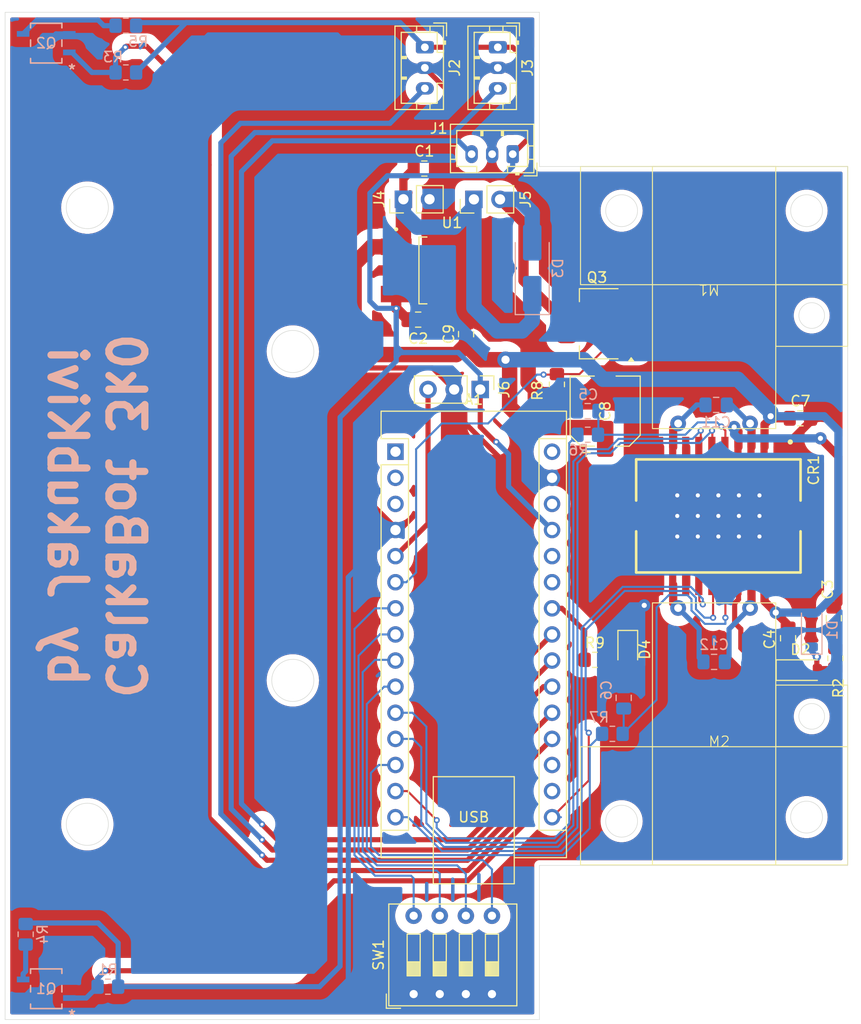
<source format=kicad_pcb>
(kicad_pcb (version 20240108) (generator "pcbnew") (generator_version "8.0")
  (layers (0 "F.Cu" signal) (31 "B.Cu" signal) (34 "B.Paste" user) (35 "F.Paste" user) (36 "B.SilkS" user "B.Silkscreen") (37 "F.SilkS" user "F.Silkscreen") (38 "B.Mask" user) (39 "F.Mask" user) (44 "Edge.Cuts" user))
  (net 0 "")
  (net 1 "GND")
  (net 2 "+5V")
  (net 3 "Net-(Q1-Pad1)")
  (net 4 "Net-(Q2-Pad1)")
  (net 5 "MotorPower")
  (net 7 "Net-(A1-D6)")
  (net 8 "M_IN2B")
  (net 12 "M_IN1B")
  (net 13 "M_IN2A")
  (net 14 "M_IN1A")
  (net 16 "M_ENA")
  (net 19 "Net-(A1-D4)")
  (net 21 "M_ENB")
  (net 22 "Net-(C3-Pad1)")
  (net 23 "Net-(CR1-VCP)")
  (net 24 "Net-(CR1-VBOOT)")
  (net 25 "Net-(CR1-ENA)")
  (net 26 "Net-(CR1-ENB)")
  (net 27 "Net-(D1-K)")
  (net 28 "M_FRONT")
  (net 29 "Net-(A1-D7)")
  (net 30 "Net-(A1-D5)")
  (net 31 "Net-(A1-A2)")
  (net 32 "Net-(A1-A3)")
  (net 33 "FLOOR_SENSOR_RIGHT")
  (net 34 "FLOOR_SENSOR_LEFT")
  (net 35 "Net-(CR1-OUT2A)")
  (net 36 "Net-(CR1-OUT2B)")
  (net 37 "Net-(CR1-OUT1B)")
  (net 38 "Net-(CR1-OUT1A)")
  (net 39 "START_MODULE")
  (net 40 "Net-(A1-A4)")
  (net 41 "Net-(D3-A)")
  (net 43 "Net-(A1-A5)")
  (net 44 "Net-(D4-A)")
  (footprint "LED_SMD:LED_0805_2012Metric_Pad1.15x1.40mm_HandSolder" (layer "F.Cu") (at 80.6 81 -90)
    (property "Reference" "D4")
    (property "Value" "LED")
  )
  (footprint "Module:Arduino_Nano" (layer "F.Cu") (at 57.99 61.75)
    (property "Reference" "A1")
    (property "Value" "Arduino_Nano_v2.x")
  )
  (footprint "Capacitor_SMD:CP_Elec_6.3x7.7" (layer "F.Cu") (at 78.4 57.8 90)
    (property "Reference" "C8")
    (property "Value" "100u")
  )
  (footprint "CalkaBot3k0:CalkBot3k0_Motor_Right" (layer "F.Cu") (at 102 34 180)
    (property "Reference" "M1")
    (property "Value" "Motor_Right")
  )
  (footprint "CalkaBot3k0:SOT-223-IRLL014NTRPBF" (layer "F.Cu") (at 77.8 49.3 180)
    (property "Reference" "Q3")
    (property "Value" "BS108")
  )
  (footprint "Capacitor_SMD:C_0805_2012Metric_Pad1.18x1.45mm_HandSolder" (layer "F.Cu") (at 60.8 34.2)
    (property "Reference" "C1")
    (property "Value" "0u33")
  )
  (footprint "Button_Switch_THT:SW_DIP_SPSTx04_Slide_9.78x12.34mm_W7.62mm_P2.54mm" (layer "F.Cu") (at 59.76 114.52 90)
    (property "Reference" "SW1")
    (property "Value" "SW_DIP_x04")
  )
  (footprint "Resistor_SMD:R_0805_2012Metric_Pad1.20x1.40mm_HandSolder" (layer "F.Cu") (at 73.7 55.2 -90)
    (property "Reference" "R8")
    (property "Value" "10k")
  )
  (footprint "Connector_PinHeader_2.54mm:PinHeader_1x02_P2.54mm_Vertical" (layer "F.Cu") (at 58.7625 37.1875 90)
    (property "Reference" "J4")
    (property "Value" "Conn_01x02_Pin")
  )
  (footprint "Connector_PinHeader_2.54mm:PinHeader_1x03_P2.54mm_Vertical" (layer "F.Cu") (at 66.24 55.7 -90)
    (property "Reference" "J6")
    (property "Value" "StartModule")
  )
  (footprint "Capacitor_SMD:C_0805_2012Metric_Pad1.18x1.45mm_HandSolder" (layer "F.Cu") (at 100.65 77.95 90)
    (property "Reference" "C3")
    (property "Value" "10n")
  )
  (footprint "Capacitor_SMD:C_0805_2012Metric_Pad1.18x1.45mm_HandSolder" (layer "F.Cu") (at 96.2 79.9 -90)
    (property "Reference" "C4")
    (property "Value" "200n")
  )
  (footprint "Connector_JST:JST_PH_B3B-PH-K_1x03_P2.00mm_Vertical" (layer "F.Cu") (at 67.95 22.4 -90)
    (property "Reference" "J3")
    (property "Value" "Conn_01x03_Pin")
  )
  (footprint "L78M05CDT-TR:VREG_L78M05CDT-TR" (layer "F.Cu") (at 62.3125 44.1125)
    (property "Reference" "U1")
    (property "Value" "L78M05CDT-TR")
  )
  (footprint "Capacitor_SMD:C_0805_2012Metric_Pad1.18x1.45mm_HandSolder" (layer "F.Cu") (at 60.2 48.9)
    (property "Reference" "C2")
    (property "Value" "0u1")
  )
  (footprint "Connector_JST:JST_PH_B3B-PH-K_1x03_P2.00mm_Vertical" (layer "F.Cu") (at 69.4 32.8 180)
    (property "Reference" "J1")
    (property "Value" "Conn_01x03_Pin")
  )
  (footprint "Diode_SMD:D_SOD-123" (layer "F.Cu") (at 97.4 83)
    (property "Reference" "D2")
    (property "Value" "1N4148WT")
  )
  (footprint "CalkaBot3k0:CalkBot3k0_Motor_Left" (layer "F.Cu") (at 76 101.956)
    (property "Reference" "M2")
    (property "Value" "Motor_Left")
  )
  (footprint "Capacitor_SMD:C_0805_2012Metric_Pad1.18x1.45mm_HandSolder" (layer "F.Cu") (at 64.8625 50.3125 90)
    (property "Reference" "C9")
    (property "Value" "0u1")
  )
  (footprint "Connector_PinHeader_2.54mm:PinHeader_1x02_P2.54mm_Vertical" (layer "F.Cu") (at 65.625 37.2 90)
    (property "Reference" "J5")
    (property "Value" "MOTOR3")
  )
  (footprint "Resistor_SMD:R_0805_2012Metric_Pad1.20x1.40mm_HandSolder" (layer "F.Cu") (at 100.8 81.85 90)
    (property "Reference" "R2")
    (property "Value" "100R")
  )
  (footprint "Connector_JST:JST_PH_B3B-PH-K_1x03_P2.00mm_Vertical" (layer "F.Cu") (at 60.85 22.4 -90)
    (property "Reference" "J2")
    (property "Value" "Conn_01x03_Pin")
  )
  (footprint "CalkaBot3k0:L6225PD" (layer "F.Cu") (at 89.415 68 -90)
    (property "Reference" "CR1")
    (property "Value" "L6225PD")
  )
  (footprint "Capacitor_SMD:C_0805_2012Metric_Pad1.18x1.45mm_HandSolder" (layer "F.Cu") (at 97.4 58.5)
    (property "Reference" "C7")
    (property "Value" "0u1")
  )
  (footprint "Resistor_SMD:R_0805_2012Metric_Pad1.20x1.40mm_HandSolder" (layer "F.Cu") (at 77.4 82)
    (property "Reference" "R9")
    (property "Value" "10k")
  )
  (footprint "Capacitor_SMD:C_0805_2012Metric_Pad1.18x1.45mm_HandSolder" (layer "B.Cu") (at 89.2 57.2)
    (property "Reference" "C11")
    (property "Value" "0u1")
  )
  (footprint "CalkaBot3k0:KTIR0711S" (layer "B.Cu") (at 24 114 180)
    (property "Reference" "Q1")
    (property "Value" "KTIR0711S")
  )
  (footprint "Resistor_SMD:R_0805_2012Metric_Pad1.20x1.40mm_HandSolder" (layer "B.Cu") (at 31.75 24.85 180)
    (property "Reference" "R3")
    (property "Value" "20k")
  )
  (footprint "Resistor_SMD:R_0805_2012Metric_Pad1.20x1.40mm_HandSolder" (layer "B.Cu") (at 31.75 20.3)
    (property "Reference" "R5")
    (property "Value" "220")
  )
  (footprint "Diode_SMD:D_SOD-123" (layer "B.Cu") (at 98.5 79.1 90)
    (property "Reference" "D1")
    (property "Value" "1N4148WT")
  )
  (footprint "Resistor_SMD:R_0805_2012Metric_Pad1.20x1.40mm_HandSolder" (layer "B.Cu") (at 79.1 89.2 180)
    (property "Reference" "R7")
    (property "Value" "100k")
  )
  (footprint "Resistor_SMD:R_0805_2012Metric_Pad1.20x1.40mm_HandSolder" (layer "B.Cu") (at 22 108.7 90)
    (property "Reference" "R4")
    (property "Value" "220")
  )
  (footprint "Capacitor_SMD:C_0805_2012Metric_Pad1.18x1.45mm_HandSolder" (layer "B.Cu") (at 89 82.2 180)
    (property "Reference" "C12")
    (property "Value" "0u1")
  )
  (footprint "Resistor_SMD:R_0805_2012Metric_Pad1.20x1.40mm_HandSolder" (layer "B.Cu") (at 76.7 60.1 180)
    (property "Reference" "R6")
    (property "Value" "100k")
  )
  (footprint "Capacitor_SMD:C_0805_2012Metric_Pad1.18x1.45mm_HandSolder" (layer "B.Cu") (at 80.2 85.7 -90)
    (property "Reference" "C6")
    (property "Value" "5n6")
  )
  (footprint "Diode_SMD:D_SMA_Handsoldering" (layer "B.Cu") (at 71.3 43.9 90)
    (property "Reference" "D3")
    (property "Value" "SS14")
  )
  (footprint "CalkaBot3k0:KTIR0711S" (layer "B.Cu") (at 24 22 180)
    (property "Reference" "Q2")
    (property "Value" "KTIR0711S")
  )
  (footprint "Capacitor_SMD:C_0805_2012Metric_Pad1.18x1.45mm_HandSolder" (layer "B.Cu") (at 76.7 57.8)
    (property "Reference" "C5")
    (property "Value" "5n6")
  )
  (footprint "Resistor_SMD:R_0805_2012Metric_Pad1.20x1.40mm_HandSolder" (layer "B.Cu") (at 30 113.8 180)
    (property "Reference" "R1")
    (property "Value" "20k")
  )
  (gr_circle (center 80 38.3) (end 81.55 38.3) (stroke (width 0.05)) (fill none) (layer "Edge.Cuts"))
  (gr_line (start 102 102) (end 72 102) (stroke (width 0.05)) (layer "Edge.Cuts"))
  (gr_line (start 72 19) (end 20 19) (stroke (width 0.05)) (layer "Edge.Cuts"))
  (gr_circle (center 98 97.3) (end 99.55 97.3) (stroke (width 0.05)) (fill none) (layer "Edge.Cuts"))
  (gr_circle (center 98.5 87.5) (end 99.75 87.5) (stroke (width 0.05)) (fill none) (layer "Edge.Cuts"))
  (gr_circle (center 80 97.7) (end 81.55 97.7) (stroke (width 0.05)) (fill none) (layer "Edge.Cuts"))
  (gr_circle (center 28 38) (end 30.05 38) (stroke (width 0.05)) (fill none) (layer "Edge.Cuts"))
  (gr_line (start 102 34) (end 102 102) (stroke (width 0.05)) (layer "Edge.Cuts"))
  (gr_circle (center 28 98) (end 30.05 98) (stroke (width 0.05)) (fill none) (layer "Edge.Cuts"))
  (gr_line (start 20 117) (end 20 19) (stroke (width 0.05)) (layer "Edge.Cuts"))
  (gr_circle (center 98 38.3) (end 99.55 38.3) (stroke (width 0.05)) (fill none) (layer "Edge.Cuts"))
  (gr_circle (center 48 84) (end 50.05 84) (stroke (width 0.05)) (fill none) (layer "Edge.Cuts"))
  (gr_circle (center 98.5 48.5) (end 99.75 48.5) (stroke (width 0.05)) (fill none) (layer "Edge.Cuts"))
  (gr_circle (center 48 52) (end 50.05 52) (stroke (width 0.05)) (fill none) (layer "Edge.Cuts"))
  (gr_line (start 20 117) (end 72 117) (stroke (width 0.05)) (layer "Edge.Cuts"))
  (gr_line (start 102 34) (end 72 34) (stroke (width 0.05)) (layer "Edge.Cuts"))
  (gr_line (start 72 102) (end 72 117) (stroke (width 0.05)) (layer "Edge.Cuts"))
  (gr_line (start 72 19) (end 72 34) (stroke (width 0.05)) (layer "Edge.Cuts"))
  (gr_text "CalkaBot 3k0\nby JakubKivi" (at 24 68 270) (layer "B.SilkS") (effects (font (size 3.5 3.5) (thickness 0.7) (bold yes)) (justify bottom mirror)))
  (segment (start 91.5 68) (end 95.2 64.3) (width 0.8) (layer "F.Cu") (net 1))
  (segment (start 83.75 72.75) (end 88.5 68) (width 0.8) (layer "F.Cu") (net 1))
  (segment (start 98.4375 58.5) (end 98.4375 58.7425) (width 0.8) (layer "F.Cu") (net 1))
  (segment (start 60.85 24.4) (end 67.95 24.4) (width 0.5) (layer "F.Cu") (net 1))
  (segment (start 78.4 55.1) (end 77.3 56.2) (width 1.5) (layer "F.Cu") (net 1))
  (segment (start 61.3025 37.1875) (end 61.8375 36.6525) (width 0.5) (layer "F.Cu") (net 1))
  (segment (start 67.4 32.8) (end 67.4 34.1) (width 0.5) (layer "F.Cu") (net 1))
  (segment (start 77.3 56.2) (end 73.7 56.2) (width 1.5) (layer "F.Cu") (net 1))
  (segment (start 72.1 56.2) (end 70.9 55) (width 1.5) (layer "F.Cu") (net 1))
  (segment (start 61.6875 37.1875) (end 63.75625 39.25625) (width 1.5) (layer "F.Cu") (net 1))
  (segment (start 86.29 71.175) (end 89.465 68) (width 0.8) (layer "F.Cu") (net 1))
  (segment (start 82.7 47) (end 80.95 47) (width 1) (layer "F.Cu") (net 1))
  (segment (start 98 56.4) (end 82.3 56.4) (width 1.5) (layer "F.Cu") (net 1))
  (segment (start 51.7 50.3) (end 51.7 55.8) (width 0.8) (layer "F.Cu") (net 1))
  (segment (start 64.7125 44.6125) (end 64.7125 44.1125) (width 1.5) (layer "F.Cu") (net 1))
  (segment (start 95.18 74.7) (end 95.18 73.715) (width 0.8) (layer "F.Cu") (net 1))
  (segment (start 70.9 50.8) (end 64.7125 44.6125) (width 1.5) (layer "F.Cu") (net 1))
  (segment (start 63.7 55.7) (end 61.6 53.6) (width 0.5) (layer "F.Cu") (net 1))
  (segment (start 86.29 64.825) (end 89.465 68) (width 0.8) (layer "F.Cu") (net 1))
  (segment (start 98.4375 56.8375) (end 98.4375 58.5) (width 1.5) (layer "F.Cu") (net 1))
  (segment (start 64.7125 44.1125) (end 64.7125 44.2125) (width 1) (layer "F.Cu") (net 1))
  (segment (start 88 68) (end 89.465 68) (width 0.8) (layer "F.Cu") (net 1))
  (segment (start 62.5375 34.9) (end 61.8375 34.2) (width 0.5) (layer "F.Cu") (net 1))
  (segment (start 86.29 61.3) (end 86.29 64.825) (width 0.8) (layer "F.Cu") (net 1))
  (segment (start 63.7 55.7) (end 63.7 57.9) (width 0.5) (layer "F.Cu") (net 1))
  (segment (start 80.6 79.975) (end 80.6 78.3) (width 0.5) (layer "F.Cu") (net 1))
  (segment (start 64.7125 44.1125) (end 64.7125 45.425) (width 1) (layer "F.Cu") (net 1))
  (segment (start 67.4 30.95) (end 60.85 24.4) (width 0.5) (layer "F.Cu") (net 1))
  (segment (start 84.5 48.8) (end 82.7 47) (width 1) (layer "F.Cu") (net 1))
  (segment (start 95.2 64.3) (end 95.2 61.32) (width 0.8) (layer "F.Cu") (net 1))
  (segment (start 74 56.5) (end 73.7 56.2) (width 1) (layer "F.Cu") (net 1))
  (segment (start 63.7 57.9) (end 70.1 64.3) (width 0.5) (layer "F.Cu") (net 1))
  (segment (start 63.75625 39.25625) (end 64.7125 40.2125) (width 1.5) (layer "F.Cu") (net 1))
  (segment (start 70.1 64.3) (end 73.22 64.3) (width 0.5) (layer "F.Cu") (net 1))
  (segment (start 59.74 114.5) (end 59.76 114.52) (width 0.8) (layer "F.Cu") (net 1))
  (segment (start 95.18 73.715) (end 89.465 68) (width 0.8) (layer "F.Cu") (net 1))
  (segment (start 86.29 74.7) (end 86.29 71.175) (width 0.8) (layer "F.Cu") (net 1))
  (segment (start 61.3025 37.1875) (end 61.6875 37.1875) (width 1.5) (layer "F.Cu") (net 1))
  (segment (start 51.7 51.4) (end 51.7 50.3) (width 0.5) (layer "F.Cu") (net 1))
  (segment (start 98.4375 58.7425) (end 95.18 62) (width 0.8) (layer "F.Cu") (net 1))
  (segment (start 88.5 68) (end 89.465 68) (width 0.8) (layer "F.Cu") (net 1))
  (segment (start 82.2 76.7) (end 83.75 75.15) (width 0.8) (layer "F.Cu") (net 1))
  (segment (start 82.3 56.4) (end 84.5 54.2) (width 1) (layer "F.Cu") (net 1))
  (segment (start 95.18 61.3) (end 95.18 62) (width 0.8) (layer "F.Cu") (net 1))
  (segment (start 51.7 63.08) (end 57.99 69.37) (width 0.8) (layer "F.Cu") (net 1))
  (segment (start 66.6 34.9) (end 62.5375 34.9) (width 0.5) (layer "F.Cu") (net 1))
  (segment (start 83.75 74.7) (end 83.75 72.75) (width 0.8) (layer "F.Cu") (net 1))
  (segment (start 62.3 114.52) (end 59.76 114.52) (width 0.5) (layer "F.Cu") (net 1))
  (segment (start 80.6 78.3) (end 82.2 76.7) (width 0.5) (layer "F.Cu") (net 1))
  (segment (start 51.7 38) (end 51.7 50.3) (width 0.8) (layer "F.Cu") (net 1))
  (segment (start 61.6 53.6) (end 53.9 53.6) (width 0.5) (layer "F.Cu") (net 1))
  (segment (start 98.5 58.5625) (end 98.4375 58.5) (width 0.8) (layer "F.Cu") (net 1))
  (segment (start 83.75 63.75) (end 88 68) (width 0.8) (layer "F.Cu") (net 1))
  (segment (start 61.8375 34.2) (end 61.8375 32.9375) (width 0.8) (layer "F.Cu") (net 1))
  (segment (start 61.3025 37.1875) (end 61.3 37.185) (width 1) (layer "F.Cu") (net 1))
  (segment (start 64.7125 40.2125) (end 64.7125 44.1125) (width 1.5) (layer "F.Cu") (net 1))
  (segment (start 67.4 32.8) (end 67.4 30.95) (width 0.5) (layer "F.Cu") (net 1))
  (segment (start 67.38 114.52) (end 64.84 114.52) (width 0.5) (layer "F.Cu") (net 1))
  (segment (start 95.2 61.32) (end 95.18 61.3) (width 0.8) (layer "F.Cu") (net 1))
  (segment (start 51.7 55.8) (end 51.7 63.08) (width 0.8) (layer "F.Cu") (net 1))
  (segment (start 61.3 32.4) (end 57.3 32.4) (width 0.8) (layer "F.Cu") (net 1))
  (segment (start 64.8625 44.2625) (end 64.7125 44.1125) (width 1.5) (layer "F.Cu") (net 1))
  (segment (start 89.805 66.195) (end 90.4 65.6) (width 0.8) (layer "F.Cu") (net 1))
  (segment (start 70.9 55) (end 70.9 50.8) (width 1.5) (layer "F.Cu") (net 1))
  (segment (start 61.8375 32.9375) (end 61.3 32.4) (width 0.8) (layer "F.Cu") (net 1))
  (segment (start 95.18 62) (end 95.18 62.285) (width 0.8) (layer "F.Cu") (net 1))
  (segment (start 84.5 54.2) (end 84.5 48.8) (width 1) (layer "F.Cu") (net 1))
  (segment (start 61.8375 36.6525) (end 61.8375 34.2) (width 0.8) (layer "F.Cu") (net 1))
  (segment (start 73.22 64.3) (end 73.23 64.29) (width 0.5) (layer "F.Cu") (net 1))
  (segment (start 98 56.4) (end 98.4375 56.8375) (width 1.5) (layer "F.Cu") (net 1))
  (segment (start 64.7125 45.425) (end 61.2375 48.9) (width 1) (layer "F.Cu") (net 1))
  (segment (start 72.1 56.2) (end 73.7 56.2) (width 1.5) (layer "F.Cu") (net 1))
  (segment (start 57.3 32.4) (end 51.7 38) (width 0.8) (layer "F.Cu") (net 1))
  (segment (start 79.7 56.4) (end 82.3 56.4) (width 1.5) (layer "F.Cu") (net 1))
  (segment (start 83.75 75.15) (end 83.75 74.7) (width 0.2) (layer "F.Cu") (net 1))
  (segment (start 83.75 61.3) (end 83.75 63.75) (width 0.8) (layer "F.Cu") (net 1))
  (segment (start 67.4 34.1) (end 66.6 34.9) (width 0.5) (layer "F.Cu") (net 1))
  (segment (start 78.4 55.1) (end 79.7 56.4) (width 1.5) (layer "F.Cu") (net 1))
  (segment (start 53.9 53.6) (end 51.7 51.4) (width 0.5) (layer "F.Cu") (net 1))
  (segment (start 64.84 114.52) (end 62.3 114.52) (width 0.5) (layer "F.Cu") (net 1))
  (segment (start 61.2 37.085) (end 61.3025 37.1875) (width 0.5) (layer "F.Cu") (net 1))
  (segment (start 61.25625 37.14125) (end 61.3025 37.1875) (width 1) (layer "F.Cu") (net 1))
  (segment (start 64.8625 49.275) (end 64.8625 44.2625) (width 1.5) (layer "F.Cu") (net 1))
  (segment (start 53.9 53.6) (end 51.7 55.8) (width 0.5) (layer "F.Cu") (net 1))
  (segment (start 89.465 68) (end 91.5 68) (width 0.8) (layer "F.Cu") (net 1))
  (segment (start 63.8 43.2) (end 64.7125 44.1125) (width 1) (layer "F.Cu") (net 1))
  (via (at 82.2 76.7) (size 1.2) (drill 0.5) (layers "F.Cu" "B.Cu") (net 1))
  (segment (start 26.2479 21.0983) (end 24.9517 21.0983) (width 0.5) (layer "B.Cu") (net 1))
  (segment (start 59.08 115.2) (end 59.76 114.52) (width 0.2) (layer "B.Cu") (net 1))
  (segment (start 55.5 24.4) (end 52.3 21.2) (width 0.5) (layer "B.Cu") (net 1))
  (segment (start 22.9504 116.1) (end 21.7521 114.9017) (width 0.5) (layer "B.Cu") (net 1))
  (segment (start 80.2 84.6625) (end 80.2 78.7) (width 0.2) (layer "B.Cu") (net 1))
  (segment (start 71.2 62.26) (end 73.23 64.29) (width 0.2) (layer "B.Cu") (net 1))
  (segment (start 24.9517 21.0983) (end 23.1483 22.9017) (width 0.5) (layer "B.Cu") (net 1))
  (segment (start 25.7504 26.9) (end 21.7521 22.9017) (width 0.5) (layer "B.Cu") (net 1))
  (segment (start 71.2 59.5) (end 71.2 62.26) (width 0.2) (layer "B.Cu") (net 1))
  (segment (start 59.76 114.52) (end 58.18 116.1) (width 0.5) (layer "B.Cu") (net 1))
  (segment (start 75.6625 57.8) (end 72.9 57.8) (width 0.2) (layer "B.Cu") (net 1))
  (segment (start 52.3 21.2) (end 39.8 21.2) (width 0.5) (layer "B.Cu") (net 1))
  (segment (start 80.2 78.7) (end 82.2 76.7) (width 0.2) (layer "B.Cu") (net 1))
  (segment (start 24.4 114.1) (end 25.4017 113.0983) (width 0.5) (layer "B.Cu") (net 1))
  (segment (start 59.76 114.52) (end 54.62 114.52) (width 0.5) (layer "B.Cu") (net 1))
  (segment (start 60.85 24.4) (end 55.5 24.4) (width 0.5) (layer "B.Cu") (net 1))
  (segment (start 25.4017 113.0983) (end 26.2479 113.0983) (width 0.5) (layer "B.Cu") (net 1))
  (segment (start 53.4 113.3) (end 53.4 73.96) (width 0.5) (layer "B.Cu") (net 1))
  (segment (start 21.7521 114.9017) (end 22.5538 114.1) (width 0.5) (layer "B.Cu") (net 1))
  (segment (start 58.18 116.1) (end 22.9504 116.1) (width 0.5) (layer "B.Cu") (net 1))
  (segment (start 72.9 57.8) (end 71.2 59.5) (width 0.2) (layer "B.Cu") (net 1))
  (segment (start 34.1 26.9) (end 25.7504 26.9) (width 0.5) (layer "B.Cu") (net 1))
  (segment (start 54.62 114.52) (end 53.4 113.3) (width 0.5) (layer "B.Cu") (net 1))
  (segment (start 23.1483 22.9017) (end 21.7521 22.9017) (width 0.5) (layer "B.Cu") (net 1))
  (segment (start 53.4 73.96) (end 57.99 69.37) (width 0.5) (layer "B.Cu") (net 1))
  (segment (start 39.8 21.2) (end 34.1 26.9) (width 0.5) (layer "B.Cu") (net 1))
  (segment (start 22.5538 114.1) (end 24.4 114.1) (width 0.5) (layer "B.Cu") (net 1))
  (segment (start 58.4 46.75) (end 58.0625 46.4125) (width 1) (layer "F.Cu") (net 2))
  (segment (start 69.4 22.4) (end 67.95 22.4) (width 0.5) (layer "F.Cu") (net 2))
  (segment (start 67.8 60.8) (end 67.7 60.8) (width 0.5) (layer "F.Cu") (net 2))
  (segment (start 71.1 31.1) (end 71.1 24.1) (width 0.5) (layer "F.Cu") (net 2))
  (segment (start 69.4 32.8) (end 71.1 31.1) (width 0.5) (layer "F.Cu") (net 2))
  (segment (start 58.0625 46.4125) (end 58.0625 47.8) (width 1) (layer "F.Cu") (net 2))
  (segment (start 60.85 22.4) (end 60.65 22.2) (width 0.2) (layer "F.Cu") (net 2))
  (segment (start 58.0625 47.8) (end 59.1625 48.9) (width 1) (layer "F.Cu") (net 2))
  (segment (start 60.85 22.4) (end 67.95 22.4) (width 0.5) (layer "F.Cu") (net 2))
  (segment (start 67.7 60.8) (end 66.24 59.34) (width 0.5) (layer "F.Cu") (net 2))
  (segment (start 66.24 59.34) (end 66.24 55.7) (width 0.5) (layer "F.Cu") (net 2))
  (segment (start 71.1 24.1) (end 69.4 22.4) (width 0.5) (layer "F.Cu") (net 2))
  (via (at 58.0625 47.8) (size 0.6) (drill 0.3) (layers "F.Cu" "B.Cu") (net 2))
  (via (at 67.8 60.8) (size 0.6) (drill 0.3) (layers "F.Cu" "B.Cu") (net 2))
  (segment (start 58.0625 47.8) (end 58.0625 51.5) (width 0.5) (layer "B.Cu") (net 2))
  (segment (start 58.0625 51.5) (end 58.6625 52.1) (width 0.5) (layer "B.Cu") (net 2))
  (segment (start 52.6 111.8) (end 52.6 58.4) (width 0.5) (layer "B.Cu") (net 2))
  (segment (start 55.5 47.1) (end 55.5 36.6) (width 0.5) (layer "B.Cu") (net 2))
  (segment (start 60.85 22.4) (end 58.45 20) (width 0.5) (layer "B.Cu") (net 2))
  (segment (start 58.45 20) (end 38.5 20) (width 0.5) (layer "B.Cu") (net 2))
  (segment (start 58.4625 52.1) (end 58.0625 52.5) (width 0.5) (layer "B.Cu") (net 2))
  (segment (start 66.24 54.24) (end 66.24 55.7) (width 0.5) (layer "B.Cu") (net 2))
  (segment (start 31 109.55) (end 29.05 107.6) (width 0.5) (layer "B.Cu") (net 2))
  (segment (start 58.0625 47.8) (end 58.0625 52.5) (width 0.5) (layer "B.Cu") (net 2))
  (segment (start 52.6 58.4) (end 58.0625 52.9375) (width 0.5) (layer "B.Cu") (net 2))
  (segment (start 58.0625 47.8) (end 58.2 47.8) (width 0.5) (layer "B.Cu") (net 2))
  (segment (start 50.6 113.8) (end 52.6 111.8) (width 0.5) (layer "B.Cu") (net 2))
  (segment (start 56.2 47.8) (end 55.5 47.1) (width 0.5) (layer "B.Cu") (net 2))
  (segment (start 37.6 20) (end 38.5 20) (width 0.5) (layer "B.Cu") (net 2))
  (segment (start 58.0625 52.9375) (end 58.0625 52.5) (width 0.5) (layer "B.Cu") (net 2))
  (segment (start 69.4 34) (end 69.4 32.8) (width 0.5) (layer "B.Cu") (net 2))
  (segment (start 29.05 107.6) (end 22.1 107.6) (width 0.5) (layer "B.Cu") (net 2))
  (segment (start 33.05 20) (end 32.75 20.3) (width 0.5) (layer "B.Cu") (net 2))
  (segment (start 57.2 34.9) (end 68.5 34.9) (width 0.5) (layer "B.Cu") (net 2))
  (segment (start 22.1 107.6) (end 22 107.7) (width 0.5) (layer "B.Cu") (net 2))
  (segment (start 32.75 24.85) (end 37.6 20) (width 0.5) (layer "B.Cu") (net 2))
  (segment (start 69 62) (end 69 65.14) (width 0.5) (layer "B.Cu") (net 2))
  (segment (start 58.0625 47.8) (end 56.2 47.8) (width 0.5) (layer "B.Cu") (net 2))
  (segment (start 58.6625 52.1) (end 58.4625 52.1) (width 0.5) (layer "B.Cu") (net 2))
  (segment (start 55.5 36.6) (end 57.2 34.9) (width 0.5) (layer "B.Cu") (net 2))
  (segment (start 38.5 20) (end 33.05 20) (width 0.5) (layer "B.Cu") (net 2))
  (segment (start 67.8 60.8) (end 69 62) (width 0.5) (layer "B.Cu") (net 2))
  (segment (start 68.5 34.9) (end 69.4 34) (width 0.5) (layer "B.Cu") (net 2))
  (segment (start 69 65.14) (end 73.23 69.37) (width 0.5) (layer "B.Cu") (net 2))
  (segment (start 64.1 52.1) (end 66.24 54.24) (width 0.5) (layer "B.Cu") (net 2))
  (segment (start 58.6625 52.1) (end 64.1 52.1) (width 0.5) (layer "B.Cu") (net 2))
  (segment (start 31 113.8) (end 50.6 113.8) (width 0.5) (layer "B.Cu") (net 2))
  (segment (start 31 113.8) (end 31 109.55) (width 0.5) (layer "B.Cu") (net 2))
  (segment (start 22 109.7) (end 22 112.3004) (width 0.5) (layer "B.Cu") (net 3))
  (segment (start 21.7521 112.5483) (end 21.7521 113.0983) (width 0.5) (layer "B.Cu") (net 3))
  (segment (start 22 112.3004) (end 21.7521 112.5483) (width 0.5) (layer "B.Cu") (net 3))
  (segment (start 29.6 20.3) (end 29.05 19.75) (width 0.5) (layer "B.Cu") (net 4))
  (segment (start 30.75 20.3) (end 29.6 20.3) (width 0.5) (layer "B.Cu") (net 4))
  (segment (start 29.05 19.75) (end 23.1004 19.75) (width 0.5) (layer "B.Cu") (net 4))
  (segment (start 23.1004 19.75) (end 21.7521 21.0983) (width 0.5) (layer "B.Cu") (net 4))
  (segment (start 94.5 58.5) (end 94.5 58.3) (width 0.8) (layer "F.Cu") (net 5))
  (segment (start 68.7 52.8) (end 66.3125 52.8) (width 1.5) (layer "F.Cu") (net 5))
  (segment (start 77.9 59.4) (end 78.4 59.9) (width 1.5) (layer "F.Cu") (net 5))
  (segment (start 93.91 59.09) (end 94.5 58.5) (width 0.8) (layer "F.Cu") (net 5))
  (segment (start 53.9625 50.9125) (end 55.35 52.3) (width 1.5) (layer "F.Cu") (net 5))
  (segment (start 69.1 53.2) (end 69.1 57.4) (width 1.5) (layer "F.Cu") (net 5))
  (segment (start 95 77.4) (end 96.2 78.6) (width 0.8) (layer "F.Cu") (net 5))
  (segment (start 96.3625 58.5) (end 94.7 58.5) (width 0.8) (layer "F.Cu") (net 5))
  (segment (start 55.35 52.3) (end 63.9125 52.3) (width 1.5) (layer "F.Cu") (net 5))
  (segment (start 68.7 52.8) (end 69.1 53.2) (width 1.5) (layer "F.Cu") (net 5))
  (segment (start 53.9625 43.5125) (end 53.9625 50.9125) (width 1.5) (layer "F.Cu") (net 5))
  (segment (start 93.91 74.7) (end 93.91 76.31) (width 0.8) (layer "F.Cu") (net 5))
  (segment (start 59.4 36.55) (end 58.7625 37.1875) (width 0.5) (layer "F.Cu") (net 5))
  (segment (start 63.9125 52.3) (end 64.8625 51.35) (width 1.5) (layer "F.Cu") (net 5))
  (segment (start 58.7625 35.2) (end 59.7625 34.2) (width 0.8) (layer "F.Cu") (net 5))
  (segment (start 58.7625 37.1875) (end 58.7625 41.1125) (width 1.5) (layer "F.Cu") (net 5))
  (segment (start 58.0625 41.8125) (end 55.6625 41.8125) (width 1.5) (layer "F.Cu") (net 5))
  (segment (start 93.91 76.31) (end 95 77.4) (width 0.8) (layer "F.Cu") (net 5))
  (segment (start 93.91 61.3) (end 93.91 59.09) (width 0.8) (layer "F.Cu") (net 5))
  (segment (start 58.7625 41.1125) (end 58.0625 41.8125) (width 1.5) (layer "F.Cu") (net 5))
  (segment (start 55.6625 41.8125) (end 53.9625 43.5125) (width 1.5) (layer "F.Cu") (net 5))
  (segment (start 96.2 78.6) (end 96.2 78.8625) (width 0.8) (layer "F.Cu") (net 5))
  (segment (start 58.7625 37.1875) (end 58.7625 35.2) (width 0.8) (layer "F.Cu") (net 5))
  (segment (start 69.1 57.4) (end 71.1 59.4) (width 1.5) (layer "F.Cu") (net 5))
  (segment (start 66.3125 52.8) (end 64.8625 51.35) (width 1.5) (layer "F.Cu") (net 5))
  (segment (start 71.1 59.4) (end 77.9 59.4) (width 1.5) (layer "F.Cu") (net 5))
  (segment (start 94.7 58.5) (end 94.5 58.3) (width 0.8) (layer "F.Cu") (net 5))
  (via (at 94.5 58.3) (size 1.2) (drill 0.6) (layers "F.Cu" "B.Cu") (net 5))
  (via (at 95 77.4) (size 1.2) (drill 0.6) (layers "F.Cu" "B.Cu") (net 5))
  (via (at 68.7 52.8) (size 1.6) (drill 0.8) (layers "F.Cu" "B.Cu") (net 5))
  (segment (start 58.7625 38.5625) (end 58.7625 37.1875) (width 1.5) (layer "B.Cu") (net 5))
  (segment (start 94 57.4) (end 94.5 57.9) (width 1.5) (layer "B.Cu") (net 5))
  (segment (start 94.5 57.9) (end 94.5 58.3) (width 1.5) (layer "B.Cu") (net 5))
  (segment (start 65.625 47.725) (end 67.9 50) (width 1.5) (layer "B.Cu") (net 5))
  (segment (start 101.1 59.7) (end 99.7 58.3) (width 0.8) (layer "B.Cu") (net 5))
  (segment (start 68.7 52.8) (end 76.3 52.8) (width 1.5) (layer "B.Cu") (net 5))
  (segment (start 65.625 37.975) (end 63.7 39.9) (width 1.5) (layer "B.Cu") (net 5))
  (segment (start 70.3 50) (end 71.3 49) (width 1.5) (layer "B.Cu") (net 5))
  (segment (start 60.1 39.9) (end 58.7625 38.5625) (width 1.5) (layer "B.Cu") (net 5))
  (segment (start 78.2 54.7) (end 91.3 54.7) (width 1.5) (layer "B.Cu") (net 5))
  (segment (start 65.625 37.2) (end 65.625 47.725) (width 1.5) (layer "B.Cu") (net 5))
  (segment (start 67.9 50) (end 70.3 50) (width 1.5) (layer "B.Cu") (net 5))
  (segment (start 71.3 49) (end 71.3 46.4) (width 1.5) (layer "B.Cu") (net 5))
  (segment (start 76.3 52.8) (end 78.2 54.7) (width 1.5) (layer "B.Cu") (net 5))
  (segment (start 63.7 39.9) (end 60.1 39.9) (width 1.5) (layer "B.Cu") (net 5))
  (segment (start 95 77.4) (end 99 77.4) (width 0.8) (layer "B.Cu") (net 5))
  (segment (start 99 77.4) (end 101.1 75.3) (width 0.8) (layer "B.Cu") (net 5))
  (segment (start 101.1 75.3) (end 101.1 59.7) (width 0.8) (layer "B.Cu") (net 5))
  (segment (start 91.3 54.7) (end 94 57.4) (width 1.5) (layer "B.Cu") (net 5))
  (segment (start 65.625 37.2) (end 65.625 37.975) (width 1) (layer "B.Cu") (net 5))
  (segment (start 99.7 58.3) (end 94.5 58.3) (width 0.8) (layer "B.Cu") (net 5))
  (segment (start 54.8 83.2) (end 56 82) (width 0.2) (layer "B.Cu") (net 7))
  (segment (start 56 82) (end 57.92 82) (width 0.2) (layer "B.Cu") (net 7))
  (segment (start 64.84 106.9) (end 64.84 102.84) (width 0.2) (layer "B.Cu") (net 7))
  (segment (start 54.8 100.6) (end 54.8 83.2) (width 0.2) (layer "B.Cu") (net 7))
  (segment (start 56.2 102) (end 54.8 100.6) (width 0.2) (layer "B.Cu") (net 7))
  (segment (start 57.92 82) (end 57.99 82.07) (width 0.2) (layer "B.Cu") (net 7))
  (segment (start 64 102) (end 56.2 102) (width 0.2) (layer "B.Cu") (net 7))
  (segment (start 64.84 102.84) (end 64 102) (width 0.2) (layer "B.Cu") (net 7))
  (segment (start 76.8 93.74) (end 73.23 97.31) (width 0.2) (layer "F.Cu") (net 8))
  (segment (start 88.9 74.77) (end 88.83 74.7) (width 0.2) (layer "F.Cu") (net 8))
  (segment (start 76.8 89.1) (end 76.8 93.74) (width 0.2) (layer "F.Cu") (net 8))
  (segment (start 88.9 77.9) (end 88.9 74.77) (width 0.2) (layer "F.Cu") (net 8))
  (via (at 88.9 77.9) (size 0.6) (drill 0.3) (layers "F.Cu" "B.Cu") (net 8))
  (via (at 76.8 89.1) (size 0.6) (drill 0.3) (layers "F.Cu" "B.Cu") (net 8))
  (segment (start 87.232843 77.067157) (end 88.065686 77.9) (width 0.2) (layer "B.Cu") (net 8))
  (segment (start 76.5 79.1) (end 76.6 79) (width 0.2) (layer "B.Cu") (net 8))
  (segment (start 87.232843 75.967157) (end 87.232843 77.067157) (width 0.2) (layer "B.Cu") (net 8))
  (segment (start 76.6 79) (end 80.3 75.3) (width 0.2) (layer "B.Cu") (net 8))
  (segment (start 76.5 79.1) (end 76.5 80.7) (width 0.2) (layer "B.Cu") (net 8))
  (segment (start 86.565686 75.3) (end 87.232843 75.967157) (width 0.2) (layer "B.Cu") (net 8))
  (segment (start 88.065686 77.9) (end 88.9 77.9) (width 0.2) (layer "B.Cu") (net 8))
  (segment (start 73.23 97.31) (end 74.09 97.31) (width 0.2) (layer "B.Cu") (net 8))
  (segment (start 76.5 80.7) (end 76.5 88.8) (width 0.2) (layer "B.Cu") (net 8))
  (segment (start 80.3 75.3) (end 86.565686 75.3) (width 0.2) (layer "B.Cu") (net 8))
  (segment (start 76.5 88.8) (end 76.8 89.1) (width 0.2) (layer "B.Cu") (net 8))
  (segment (start 87.56 76.26) (end 87.56 74.7) (width 0.2) (layer "F.Cu") (net 12))
  (segment (start 87.9 76.6) (end 87.56 76.26) (width 0.2) (layer "F.Cu") (net 12))
  (via (at 87.9 76.6) (size 0.6) (drill 0.3) (layers "F.Cu" "B.Cu") (net 12))
  (segment (start 80.1 74.9) (end 76.1 78.9) (width 0.2) (layer "B.Cu") (net 12))
  (segment (start 59.21 97.31) (end 57.99 97.31) (width 0.2) (layer "B.Cu") (net 12))
  (segment (start 87.9 76.068628) (end 86.731372 74.9) (width 0.2) (layer "B.Cu") (net 12))
  (segment (start 86.731372 74.9) (end 80.1 74.9) (width 0.2) (layer "B.Cu") (net 12))
  (segment (start 62.5 100.6) (end 59.21 97.31) (width 0.2) (layer "B.Cu") (net 12))
  (segment (start 74.1 100.6) (end 62.5 100.6) (width 0.2) (layer "B.Cu") (net 12))
  (segment (start 76.1 78.9) (end 76.1 98.6) (width 0.2) (layer "B.Cu") (net 12))
  (segment (start 76.1 98.6) (end 74.1 100.6) (width 0.2) (layer "B.Cu") (net 12))
  (segment (start 87.9 76.6) (end 87.9 76.068628) (width 0.2) (layer "B.Cu") (net 12))
  (segment (start 87.7 59.7) (end 87.7 61.16) (width 0.2) (layer "F.Cu") (net 13))
  (segment (start 87.7 61.16) (end 87.56 61.3) (width 0.2) (layer "F.Cu") (net 13))
  (via (at 87.7 59.7) (size 0.6) (drill 0.3) (layers "F.Cu" "B.Cu") (net 13))
  (segment (start 75.3 98.1) (end 75.3 62.7) (width 0.2) (layer "B.Cu") (net 13))
  (segment (start 61 97.9) (end 62.9 99.8) (width 0.2) (layer "B.Cu") (net 13))
  (segment (start 75.3 62.7) (end 76.5 61.5) (width 0.2) (layer "B.Cu") (net 13))
  (segment (start 59.65 87.15) (end 61 88.5) (width 0.2) (layer "B.Cu") (net 13))
  (segment (start 76.5 61.5) (end 78.7 61.5) (width 0.2) (layer "B.Cu") (net 13))
  (segment (start 62.9 99.8) (end 73.6 99.8) (width 0.2) (layer "B.Cu") (net 13))
  (segment (start 79.7 60.5) (end 86.9 60.5) (width 0.2) (layer "B.Cu") (net 13))
  (segment (start 57.99 87.15) (end 59.65 87.15) (width 0.2) (layer "B.Cu") (net 13))
  (segment (start 78.7 61.5) (end 79.7 60.5) (width 0.2) (layer "B.Cu") (net 13))
  (segment (start 73.6 99.8) (end 75.3 98.1) (width 0.2) (layer "B.Cu") (net 13))
  (segment (start 86.9 60.5) (end 87.7 59.7) (width 0.2) (layer "B.Cu") (net 13))
  (segment (start 61 88.5) (end 61 97.9) (width 0.2) (layer "B.Cu") (net 13))
  (segment (start 88.83 59.73) (end 88.83 61.3) (width 0.2) (layer "F.Cu") (net 14))
  (segment (start 88.8 59.7) (end 88.83 59.73) (width 0.2) (layer "F.Cu") (net 14))
  (via (at 88.8 59.7) (size 0.6) (drill 0.3) (layers "F.Cu" "B.Cu") (net 14))
  (segment (start 78.9 61.9) (end 79.9 60.9) (width 0.2) (layer "B.Cu") (net 14))
  (segment (start 62.7 100.2) (end 73.8 100.2) (width 0.2) (layer "B.Cu") (net 14))
  (segment (start 60.5 90.5) (end 60.5 98) (width 0.2) (layer "B.Cu") (net 14))
  (segment (start 79.9 60.9) (end 87.6 60.9) (width 0.2) (layer "B.Cu") (net 14))
  (segment (start 73.8 100.2) (end 75.7 98.3) (width 0.2) (layer "B.Cu") (net 14))
  (segment (start 75.7 98.3) (end 75.7 62.865686) (width 0.2) (layer "B.Cu") (net 14))
  (segment (start 57.99 89.69) (end 59.69 89.69) (width 0.2) (layer "B.Cu") (net 14))
  (segment (start 59.69 89.69) (end 60.5 90.5) (width 0.2) (layer "B.Cu") (net 14))
  (segment (start 76.665686 61.9) (end 78.9 61.9) (width 0.2) (layer "B.Cu") (net 14))
  (segment (start 87.6 60.9) (end 88.8 59.7) (width 0.2) (layer "B.Cu") (net 14))
  (segment (start 75.7 62.865686) (end 76.665686 61.9) (width 0.2) (layer "B.Cu") (net 14))
  (segment (start 60.5 98) (end 62.7 100.2) (width 0.2) (layer "B.Cu") (net 14))
  (segment (start 59.17 94.77) (end 57.99 94.77) (width 0.2) (layer "F.Cu") (net 16))
  (segment (start 62 97.6) (end 59.17 94.77) (width 0.2) (layer "F.Cu") (net 16))
  (via (at 62 97.6) (size 0.6) (drill 0.3) (layers "F.Cu" "B.Cu") (net 16))
  (segment (start 62 98.334314) (end 62 97.6) (width 0.2) (layer "B.Cu") (net 16))
  (segment (start 74.9 96.5) (end 74.9 97.934314) (width 0.2) (layer "B.Cu") (net 16))
  (segment (start 74.9 96.5) (end 74.9 60.9) (width 0.2) (layer "B.Cu") (net 16))
  (segment (start 74.9 97.934314) (end 73.467157 99.367157) (width 0.2) (layer "B.Cu") (net 16))
  (segment (start 74.9 60.9) (end 75.7 60.1) (width 0.2) (layer "B.Cu") (net 16))
  (segment (start 63.4 99.4) (end 63.065686 99.4) (width 0.2) (layer "B.Cu") (net 16))
  (segment (start 63.432843 99.367157) (end 63.4 99.4) (width 0.2) (layer "B.Cu") (net 16))
  (segment (start 73.467157 99.367157) (end 63.432843 99.367157) (width 0.2) (layer "B.Cu") (net 16))
  (segment (start 62.332843 98.667157) (end 62 98.334314) (width 0.2) (layer "B.Cu") (net 16))
  (segment (start 63.065686 99.4) (end 62.332843 98.667157) (width 0.2) (layer "B.Cu") (net 16))
  (segment (start 56.01 76.99) (end 57.99 76.99) (width 0.2) (layer "B.Cu") (net 19))
  (segment (start 56 103) (end 54 101) (width 0.2) (layer "B.Cu") (net 19))
  (segment (start 59.76 103.26) (end 59.5 103) (width 0.2) (layer "B.Cu") (net 19))
  (segment (start 54 101) (end 54 79) (width 0.2) (layer "B.Cu") (net 19))
  (segment (start 59.5 103) (end 56 103) (width 0.2) (layer "B.Cu") (net 19))
  (segment (start 59.76 106.9) (end 59.76 103.26) (width 0.2) (layer "B.Cu") (net 19))
  (segment (start 54 79) (end 56.01 76.99) (width 0.2) (layer "B.Cu") (net 19))
  (segment (start 55.6 100.2) (end 55.6 93) (width 0.2) (layer "B.Cu") (net 21))
  (segment (start 55.6 93) (end 56.37 92.23) (width 0.2) (layer "B.Cu") (net 21))
  (segment (start 74.3 101) (end 56.4 101) (width 0.2) (layer "B.Cu") (net 21))
  (segment (start 76.9 90.4) (end 76.9 98.4) (width 0.2) (layer "B.Cu") (net 21))
  (segment (start 56.37 92.23) (end 57.99 92.23) (width 0.2) (layer "B.Cu") (net 21))
  (segment (start 56.4 101) (end 55.6 100.2) (width 0.2) (layer "B.Cu") (net 21))
  (segment (start 78.1 89.2) (end 76.9 90.4) (width 0.2) (layer "B.Cu") (net 21))
  (segment (start 76.9 98.4) (end 74.3 101) (width 0.2) (layer "B.Cu") (net 21))
  (segment (start 100.65 80.7) (end 100.8 80.85) (width 0.2) (layer "F.Cu") (net 22))
  (segment (start 100.65 78.9875) (end 100.65 80.7) (width 0.5) (layer "F.Cu") (net 22))
  (segment (start 101.1 62.2) (end 101.1 76.4625) (width 0.8) (layer "F.Cu") (net 23))
  (segment (start 91.37 59.77) (end 91.37 61.3) (width 0.8) (layer "F.Cu") (net 23))
  (segment (start 90.95 59.35) (end 91.37 59.77) (width 0.8) (layer "F.Cu") (net 23))
  (segment (start 101.1 76.4625) (end 100.65 76.9125) (width 0.8) (layer "F.Cu") (net 23))
  (segment (start 99.35 60.45) (end 101.1 62.2) (width 0.8) (layer "F.Cu") (net 23))
  (via (at 90.95 59.35) (size 1.2) (drill 0.5) (layers "F.Cu" "B.Cu") (net 23))
  (via (at 99.35 60.45) (size 1.2) (drill 0.5) (layers "F.Cu" "B.Cu") (net 23))
  (segment (start 99.35 60.45) (end 91.35 60.45) (width 0.8) (layer "B.Cu") (net 23))
  (segment (start 90.95 60.05) (end 90.95 59.35) (width 0.8) (layer "B.Cu") (net 23))
  (segment (start 91.35 60.45) (end 90.95 60.05) (width 0.8) (layer "B.Cu") (net 23))
  (segment (start 91.6 79) (end 91.6 80.85) (width 0.5) (layer "F.Cu") (net 24))
  (segment (start 91.37 74.7) (end 91.37 76.13) (width 0.5) (layer "F.Cu") (net 24))
  (segment (start 91.37 76.13) (end 91 76.5) (width 0.5) (layer "F.Cu") (net 24))
  (segment (start 95.75 81.3875) (end 96.2 80.9375) (width 0.5) (layer "F.Cu") (net 24))
  (segment (start 91.6 80.85) (end 93.475 82.725) (width 0.5) (layer "F.Cu") (net 24))
  (segment (start 93.75 83) (end 93.475 82.725) (width 0.5) (layer "F.Cu") (net 24))
  (segment (start 91 78.4) (end 91.6 79) (width 0.5) (layer "F.Cu") (net 24))
  (segment (start 95.75 83) (end 95.75 81.3875) (width 0.5) (layer "F.Cu") (net 24))
  (segment (start 91 76.5) (end 91 78.4) (width 0.5) (layer "F.Cu") (net 24))
  (segment (start 95.75 83) (end 93.75 83) (width 0.5) (layer "F.Cu") (net 24))
  (segment (start 90.1 59.7) (end 90.1 61.3) (width 0.2) (layer "F.Cu") (net 25))
  (segment (start 89.7 59.3) (end 90.1 59.7) (width 0.2) (layer "F.Cu") (net 25))
  (via (at 89.7 59.3) (size 0.6) (drill 0.3) (layers "F.Cu" "B.Cu") (net 25))
  (segment (start 77.7375 60.0625) (end 77.7375 57.8) (width 0.2) (layer "B.Cu") (net 25))
  (segment (start 89.3 58.9) (end 87.4 58.9) (width 0.2) (layer "B.Cu") (net 25))
  (segment (start 77.7 60.1) (end 77.7375 60.0625) (width 0.2) (layer "B.Cu") (net 25))
  (segment (start 87.4 58.9) (end 86.2 60.1) (width 0.2) (layer "B.Cu") (net 25))
  (segment (start 86.2 60.1) (end 77.7 60.1) (width 0.2) (layer "B.Cu") (net 25))
  (segment (start 89.7 59.3) (end 89.3 58.9) (width 0.2) (layer "B.Cu") (net 25))
  (segment (start 90.1 77.9) (end 90.1 74.7) (width 0.2) (layer "F.Cu") (net 26))
  (via (at 90.1 77.9) (size 0.6) (drill 0.3) (layers "F.Cu" "B.Cu") (net 26))
  (segment (start 86.4 75.7) (end 86.8 76.1) (width 0.2) (layer "B.Cu") (net 26))
  (segment (start 88.1 78.5) (end 90.1 78.5) (width 0.2) (layer "B.Cu") (net 26))
  (segment (start 80.2 89.1) (end 80.2 86.7375) (width 0.2) (layer "B.Cu") (net 26))
  (segment (start 86.8 76.1) (end 86.8 77.2) (width 0.2) (layer "B.Cu") (net 26))
  (segment (start 80.1 89.2) (end 80.2 89.1) (width 0.2) (layer "B.Cu") (net 26))
  (segment (start 83.4 85.9) (end 83.4 76.9) (width 0.2) (layer "B.Cu") (net 26))
  (segment (start 80.1 89.2) (end 83.4 85.9) (width 0.2) (layer "B.Cu") (net 26))
  (segment (start 86.8 77.2) (end 88.1 78.5) (width 0.2) (layer "B.Cu") (net 26))
  (segment (start 90.1 78.5) (end 90.1 77.9) (width 0.2) (layer "B.Cu") (net 26))
  (segment (start 83.4 76.9) (end 84.6 75.7) (width 0.2) (layer "B.Cu") (net 26))
  (segment (start 84.6 75.7) (end 86.4 75.7) (width 0.2) (layer "B.Cu") (net 26))
  (segment (start 99 81.7) (end 99 82.95) (width 0.5) (layer "F.Cu") (net 27))
  (segment (start 99.2 82.85) (end 99.05 83) (width 0.2) (layer "F.Cu") (net 27))
  (segment (start 100.8 82.85) (end 99.2 82.85) (width 0.5) (layer "F.Cu") (net 27))
  (segment (start 99 82.95) (end 99.05 83) (width 0.2) (layer "F.Cu") (net 27))
  (via (at 99 81.7) (size 0.8) (drill 0.4) (layers "F.Cu" "B.Cu") (net 27))
  (segment (start 98.5 81.2) (end 99 81.7) (width 0.5) (layer "B.Cu") (net 27))
  (segment (start 98.5 80.75) (end 98.5 81.2) (width 0.2) (layer "B.Cu") (net 27))
  (segment (start 73.65 54.25) (end 73.7 54.2) (width 0.2) (layer "F.Cu") (net 28))
  (segment (start 75.9 54.2) (end 76.2 53.9) (width 0.2) (layer "F.Cu") (net 28))
  (segment (start 72.4 54.25) (end 73.65 54.25) (width 0.2) (layer "F.Cu") (net 28))
  (segment (start 73.7 54.2) (end 75.9 54.2) (width 0.2) (layer "F.Cu") (net 28))
  (segment (start 76.2 53.9) (end 78.5 51.6) (width 0.2) (layer "F.Cu") (net 28))
  (segment (start 78.5 51.6) (end 80.95 51.6) (width 0.2) (layer "F.Cu") (net 28))
  (via (at 72.4 54.25) (size 0.6) (drill 0.3) (layers "F.Cu" "B.Cu") (net 28))
  (segment (start 62.5 59) (end 60 61.5) (width 0.2) (layer "B.Cu") (net 28))
  (segment (start 71.75 54.25) (end 67 59) (width 0.2) (layer "B.Cu") (net 28))
  (segment (start 60 73.5) (end 59.05 74.45) (width 0.2) (layer "B.Cu") (net 28))
  (segment (start 72.4 54.25) (end 71.75 54.25) (width 0.2) (layer "B.Cu") (net 28))
  (segment (start 59.05 74.45) (end 57.99 74.45) (width 0.2) (layer "B.Cu") (net 28))
  (segment (start 60 61.5) (end 60 73.5) (width 0.2) (layer "B.Cu") (net 28))
  (segment (start 67 59) (end 62.5 59) (width 0.2) (layer "B.Cu") (net 28))
  (segment (start 67.38 106.9) (end 67.38 102.38) (width 0.2) (layer "B.Cu") (net 29))
  (segment (start 56.89 84.61) (end 57.99 84.61) (width 0.2) (layer "B.Cu") (net 29))
  (segment (start 67.38 102.38) (end 66.5 101.5) (width 0.2) (layer "B.Cu") (net 29))
  (segment (start 66.5 101.5) (end 56.3 101.5) (width 0.2) (layer "B.Cu") (net 29))
  (segment (start 56.3 101.5) (end 55.2 100.4) (width 0.2) (layer "B.Cu") (net 29))
  (segment (start 55.2 100.4) (end 55.2 86.3) (width 0.2) (layer "B.Cu") (net 29))
  (segment (start 55.2 86.3) (end 56.89 84.61) (width 0.2) (layer "B.Cu") (net 29))
  (segment (start 62 102.5) (end 56.1 102.5) (width 0.2) (layer "B.Cu") (net 30))
  (segment (start 56.53 79.53) (end 57.99 79.53) (width 0.2) (layer "B.Cu") (net 30))
  (segment (start 56.5 79.5) (end 56.53 79.53) (width 0.2) (layer "B.Cu") (net 30))
  (segment (start 62.3 102.8) (end 62 102.5) (width 0.2) (layer "B.Cu") (net 30))
  (segment (start 56.1 102.5) (end 54.4 100.8) (width 0.2) (layer "B.Cu") (net 30))
  (segment (start 54.4 81.6) (end 56.5 79.5) (width 0.2) (layer "B.Cu") (net 30))
  (segment (start 62.3 106.9) (end 62.3 102.8) (width 0.2) (layer "B.Cu") (net 30))
  (segment (start 54.4 100.8) (end 54.4 81.6) (width 0.2) (layer "B.Cu") (net 30))
  (segment (start 65 101.5) (end 69 97.5) (width 0.5) (layer "F.Cu") (net 31))
  (segment (start 72.39 84.61) (end 73.23 84.61) (width 0.5) (layer "F.Cu") (net 31))
  (segment (start 45.5 101.5) (end 65 101.5) (width 0.5) (layer "F.Cu") (net 31))
  (segment (start 69 97.5) (end 69 88) (width 0.5) (layer "F.Cu") (net 31))
  (segment (start 45 101) (end 45.5 101.5) (width 0.5) (layer "F.Cu") (net 31))
  (segment (start 69 88) (end 72.39 84.61) (width 0.5) (layer "F.Cu") (net 31))
  (via (at 45 101) (size 0.6) (drill 0.3) (layers "F.Cu" "B.Cu") (net 31))
  (segment (start 57.45 29.8) (end 60.85 26.4) (width 0.5) (layer "B.Cu") (net 31))
  (segment (start 45 101) (end 41 97) (width 0.5) (layer "B.Cu") (net 31))
  (segment (start 42.9 29.8) (end 57.45 29.8) (width 0.5) (layer "B.Cu") (net 31))
  (segment (start 41 97) (end 41 31.7) (width 0.5) (layer "B.Cu") (net 31))
  (segment (start 41 31.7) (end 42.9 29.8) (width 0.5) (layer "B.Cu") (net 31))
  (segment (start 68 97.5) (end 68 87.3) (width 0.5) (layer "F.Cu") (net 32))
  (segment (start 45 99.5) (end 46 100.5) (width 0.5) (layer "F.Cu") (net 32))
  (segment (start 65 100.5) (end 68 97.5) (width 0.5) (layer "F.Cu") (net 32))
  (segment (start 46 100.5) (end 65 100.5) (width 0.5) (layer "F.Cu") (net 32))
  (segment (start 68 87.3) (end 73.23 82.07) (width 0.5) (layer "F.Cu") (net 32))
  (via (at 45 99.5) (size 0.6) (drill 0.3) (layers "F.Cu" "B.Cu") (net 32))
  (segment (start 42 33) (end 44.3 30.7) (width 0.5) (layer "B.Cu") (net 32))
  (segment (start 63.65 30.7) (end 67.95 26.4) (width 0.5) (layer "B.Cu") (net 32))
  (segment (start 44.3 30.7) (end 63.65 30.7) (width 0.5) (layer "B.Cu") (net 32))
  (segment (start 42 96.5) (end 42 33) (width 0.5) (layer "B.Cu") (net 32))
  (segment (start 45 99.5) (end 42 96.5) (width 0.5) (layer "B.Cu") (net 32))
  (segment (start 39.85 33.85) (end 39.85 28.4) (width 0.5) (layer "F.Cu") (net 33))
  (segment (start 39.85 97.35) (end 39.85 33.85) (width 0.5) (layer "F.Cu") (net 33))
  (segment (start 65 102.5) (end 70 97.5) (width 0.5) (layer "F.Cu") (net 33))
  (segment (start 39.85 28.4) (end 33.75 22.3) (width 0.5) (layer "F.Cu") (net 33))
  (segment (start 31.8 22.3) (end 31.7 22.4) (width 0.5) (layer "F.Cu") (net 33))
  (segment (start 70 90.38) (end 73.23 87.15) (width 0.5) (layer "F.Cu") (net 33))
  (segment (start 70 97.5) (end 70 90.38) (width 0.5) (layer "F.Cu") (net 33))
  (segment (start 45 102.5) (end 39.85 97.35) (width 0.5) (layer "F.Cu") (net 33))
  (segment (start 33.75 22.3) (end 31.8 22.3) (width 0.5) (layer "F.Cu") (net 33))
  (segment (start 45 102.5) (end 65 102.5) (width 0.5) (layer "F.Cu") (net 33))
  (via (at 31.7 22.4) (size 0.6) (drill 0.3) (layers "F.Cu" "B.Cu") (net 33))
  (segment (start 28.45 24.85) (end 30.75 24.85) (width 0.5) (layer "B.Cu") (net 33))
  (segment (start 26.2479 22.9017) (end 26.5017 22.9017) (width 0.5) (layer "B.Cu") (net 33))
  (segment (start 30.75 23.35) (end 30.75 24.85) (width 0.5) (layer "B.Cu") (net 33))
  (segment (start 31.7 22.4) (end 30.75 23.35) (width 0.5) (layer "B.Cu") (net 33))
  (segment (start 26.5017 22.9017) (end 28.45 24.85) (width 0.5) (layer "B.Cu") (net 33))
  (segment (start 50.05 110.15) (end 50.05 105.45) (width 0.5) (layer "F.Cu") (net 34))
  (segment (start 71 97.5) (end 71 91.92) (width 0.5) (layer "F.Cu") (net 34))
  (segment (start 71 91.92) (end 73.23 89.69) (width 0.5) (layer "F.Cu") (net 34))
  (segment (start 50.05 105.45) (end 52 103.5) (width 0.5) (layer "F.Cu") (net 34))
  (segment (start 65 103.5) (end 71 97.5) (width 0.5) (layer "F.Cu") (net 34))
  (segment (start 52 103.5) (end 65 103.5) (width 0.5) (layer "F.Cu") (net 34))
  (segment (start 47.95 112.25) (end 50.05 110.15) (width 0.5) (layer "F.Cu") (net 34))
  (segment (start 29.75 112.25) (end 47.95 112.25) (width 0.5) (layer "F.Cu") (net 34))
  (via (at 29.75 112.25) (size 0.6) (drill 0.3) (layers "F.Cu" "B.Cu") (net 34))
  (segment (start 26.2479 114.9017) (end 27.8983 114.9017) (width 0.5) (layer "B.Cu") (net 34))
  (segment (start 29.75 112.25) (end 29 113) (width 0.5) (layer "B.Cu") (net 34))
  (segment (start 27.8983 114.9017) (end 29 113.8) (width 0.5) (layer "B.Cu") (net 34))
  (segment (start 29 113) (end 29 113.8) (width 0.5) (layer "B.Cu") (net 34))
  (segment (start 92.64 59.14) (end 92.5 59) (width 0.8) (layer "F.Cu") (net 35))
  (segment (start 92.64 61.3) (end 92.64 59.14) (width 0.8) (layer "F.Cu") (net 35))
  (segment (start 92.5 59) (end 90.7 57.2) (width 0.5) (layer "B.Cu") (net 35))
  (segment (start 90.7 57.2) (end 90.2375 57.2) (width 0.5) (layer "B.Cu") (net 35))
  (segment (start 92.64 76.816) (end 92.5 76.956) (width 0.8) (layer "F.Cu") (net 36))
  (segment (start 92.64 74.7) (end 92.64 76.816) (width 0.8) (layer "F.Cu") (net 36))
  (segment (start 90.456 79) (end 92.5 76.956) (width 0.5) (layer "B.Cu") (net 36))
  (segment (start 90.456 81.7815) (end 90.0375 82.2) (width 0.5) (layer "B.Cu") (net 36))
  (segment (start 90.456 79) (end 90.456 81.7815) (width 0.5) (layer "B.Cu") (net 36))
  (segment (start 85.02 74.7) (end 85.02 76.476) (width 0.8) (layer "F.Cu") (net 37))
  (segment (start 85.02 76.476) (end 85.5 76.956) (width 0.8) (layer "F.Cu") (net 37))
  (segment (start 87.544 81.7815) (end 87.9625 82.2) (width 0.5) (layer "B.Cu") (net 37))
  (segment (start 85.5 76.956) (end 87.544 79) (width 0.5) (layer "B.Cu") (net 37))
  (segment (start 87.544 79) (end 87.544 81.7815) (width 0.5) (layer "B.Cu") (net 37))
  (segment (start 85.02 61.3) (end 85.02 59.48) (width 0.8) (layer "F.Cu") (net 38))
  (segment (start 85.02 59.48) (end 85.5 59) (width 0.8) (layer "F.Cu") (net 38))
  (segment (start 87.3 57.2) (end 88.1625 57.2) (width 0.5) (layer "B.Cu") (net 38))
  (segment (start 85.5 59) (end 87.3 57.2) (width 0.5) (layer "B.Cu") (net 38))
  (segment (start 61.16 68.74) (end 57.99 71.91) (width 0.5) (layer "F.Cu") (net 39))
  (segment (start 61.16 55.7) (end 61.16 68.74) (width 0.5) (layer "F.Cu") (net 39))
  (segment (start 45 98) (end 46.5 99.5) (width 0.5) (layer "F.Cu") (net 40))
  (segment (start 65 99.5) (end 67 97.5) (width 0.5) (layer "F.Cu") (net 40))
  (segment (start 67 97.5) (end 67 85.76) (width 0.5) (layer "F.Cu") (net 40))
  (segment (start 46.5 99.5) (end 65 99.5) (width 0.5) (layer "F.Cu") (net 40))
  (segment (start 67 85.76) (end 73.23 79.53) (width 0.5) (layer "F.Cu") (net 40))
  (via (at 45 98) (size 0.6) (drill 0.3) (layers "F.Cu" "B.Cu") (net 40))
  (segment (start 43 34.5) (end 43 96) (width 0.5) (layer "B.Cu") (net 40))
  (segment (start 65.4 32.8) (end 64.1 31.5) (width 0.5) (layer "B.Cu") (net 40))
  (segment (start 64.1 31.5) (end 46 31.5) (width 0.5) (layer "B.Cu") (net 40))
  (segment (start 46 31.5) (end 43 34.5) (width 0.5) (layer "B.Cu") (net 40))
  (segment (start 44 97) (end 45 98) (width 0.5) (layer "B.Cu") (net 40))
  (segment (start 43 96) (end 44 97) (width 0.5) (layer "B.Cu") (net 40))
  (segment (start 70.45 39.485) (end 70.45 45.1) (width 1) (layer "F.Cu") (net 41))
  (segment (start 70.45 45.1) (end 74.65 49.3) (width 1) (layer "F.Cu") (net 41))
  (segment (start 74.65 49.3) (end 80.95 49.3) (width 1) (layer "F.Cu") (net 41))
  (segment (start 68.165 37.2) (end 70.45 39.485) (width 1) (layer "F.Cu") (net 41))
  (segment (start 68.165 37.2) (end 70 37.2) (width 1.5) (layer "B.Cu") (net 41))
  (segment (start 71.3 38.5) (end 71.3 41.4) (width 1.5) (layer "B.Cu") (net 41))
  (segment (start 70 37.2) (end 71.3 38.5) (width 1.5) (layer "B.Cu") (net 41))
  (segment (start 73.23 76.99) (end 74.19 76.99) (width 0.5) (layer "F.Cu") (net 43))
  (segment (start 76.4 79.2) (end 76.4 82) (width 0.5) (layer "F.Cu") (net 43))
  (segment (start 74.19 76.99) (end 76.4 79.2) (width 0.5) (layer "F.Cu") (net 43))
  (segment (start 78.4 82) (end 80.575 82) (width 0.5) (layer "F.Cu") (net 44))
  (segment (start 80.575 82) (end 80.6 82.025) (width 0.5) (layer "F.Cu") (net 44))
  (zone (net 1) (net_name "GND") (layer "F.Cu") (name "zone") (connect_pads yes (clearance 1)) (min_thickness 0.3) (fill yes (thermal_gap 0) (thermal_bridge_width 0.3) (smoothing fillet) (island_removal_mode 1) (island_area_min 10))
    (polygon (pts (xy 20 19) (xy 72 19) (xy 72 34) (xy 102 34) (xy 102 102) (xy 72 102) (xy 72 117) (xy 20 117)))
  )
  (zone (net 1) (net_name "GND") (layer "B.Cu") (name "zone") (priority 1) (connect_pads yes (clearance 1)) (min_thickness 0.3) (fill yes (thermal_gap 0) (thermal_bridge_width 0.3) (smoothing fillet) (island_removal_mode 1) (island_area_min 10))
    (polygon (pts (xy 20 19) (xy 72 19) (xy 72 34) (xy 102 34) (xy 102 102) (xy 72 102) (xy 72 117) (xy 20 117)))
  )
)
</source>
